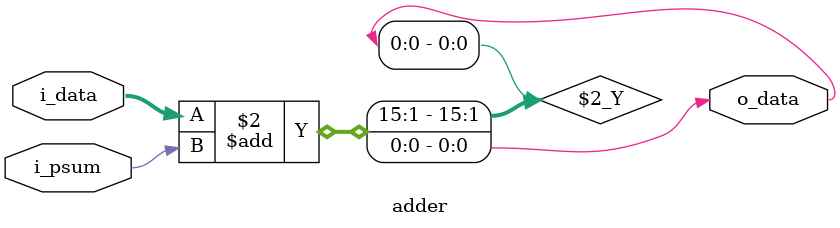
<source format=v>
module adder
#(parameter BW1=1, BW2=1)
(
input signed [16-1:0] i_data,
input signed [BW1-1:0] i_psum,
output reg signed [BW2-1:0] o_data);

always @(*) begin
	o_data=i_data+i_psum;
	end

endmodule

</source>
